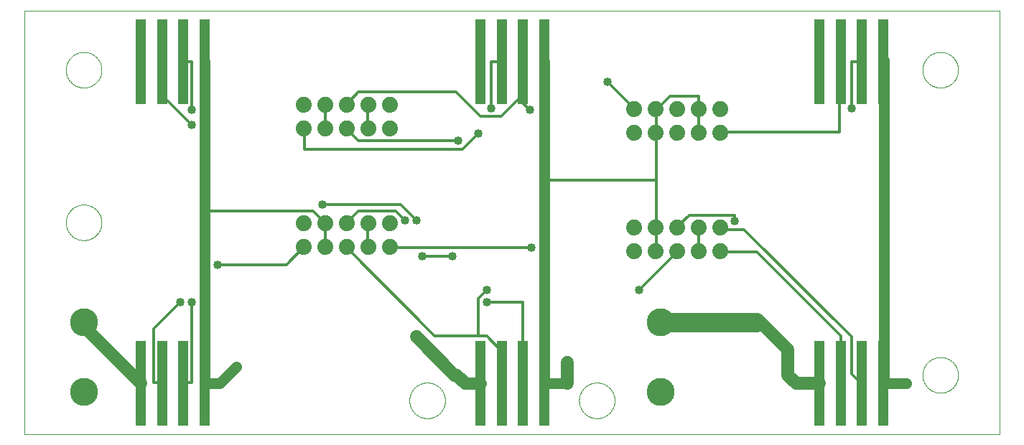
<source format=gtl>
G75*
%MOIN*%
%OFA0B0*%
%FSLAX25Y25*%
%IPPOS*%
%LPD*%
%AMOC8*
5,1,8,0,0,1.08239X$1,22.5*
%
%ADD10C,0.00000*%
%ADD11C,0.07400*%
%ADD12C,0.13000*%
%ADD13R,0.05000X0.39370*%
%ADD14C,0.01200*%
%ADD15C,0.05118*%
%ADD16C,0.05906*%
%ADD17C,0.04362*%
%ADD18C,0.04000*%
%ADD19C,0.09000*%
%ADD20C,0.05512*%
D10*
X0001000Y0001000D02*
X0001000Y0197850D01*
X0453756Y0197850D01*
X0453756Y0001000D01*
X0001000Y0001000D01*
X0179740Y0016748D02*
X0179742Y0016951D01*
X0179750Y0017154D01*
X0179762Y0017356D01*
X0179780Y0017558D01*
X0179802Y0017760D01*
X0179829Y0017961D01*
X0179862Y0018162D01*
X0179899Y0018361D01*
X0179941Y0018560D01*
X0179988Y0018757D01*
X0180039Y0018953D01*
X0180096Y0019148D01*
X0180157Y0019342D01*
X0180223Y0019533D01*
X0180294Y0019724D01*
X0180369Y0019912D01*
X0180449Y0020099D01*
X0180534Y0020283D01*
X0180623Y0020465D01*
X0180716Y0020646D01*
X0180814Y0020823D01*
X0180916Y0020999D01*
X0181023Y0021171D01*
X0181133Y0021341D01*
X0181248Y0021509D01*
X0181367Y0021673D01*
X0181490Y0021835D01*
X0181617Y0021993D01*
X0181747Y0022148D01*
X0181882Y0022300D01*
X0182020Y0022449D01*
X0182162Y0022594D01*
X0182307Y0022736D01*
X0182456Y0022874D01*
X0182608Y0023009D01*
X0182763Y0023139D01*
X0182921Y0023266D01*
X0183083Y0023389D01*
X0183247Y0023508D01*
X0183415Y0023623D01*
X0183585Y0023733D01*
X0183757Y0023840D01*
X0183933Y0023942D01*
X0184110Y0024040D01*
X0184291Y0024133D01*
X0184473Y0024222D01*
X0184657Y0024307D01*
X0184844Y0024387D01*
X0185032Y0024462D01*
X0185223Y0024533D01*
X0185414Y0024599D01*
X0185608Y0024660D01*
X0185803Y0024717D01*
X0185999Y0024768D01*
X0186196Y0024815D01*
X0186395Y0024857D01*
X0186594Y0024894D01*
X0186795Y0024927D01*
X0186996Y0024954D01*
X0187198Y0024976D01*
X0187400Y0024994D01*
X0187602Y0025006D01*
X0187805Y0025014D01*
X0188008Y0025016D01*
X0188211Y0025014D01*
X0188414Y0025006D01*
X0188616Y0024994D01*
X0188818Y0024976D01*
X0189020Y0024954D01*
X0189221Y0024927D01*
X0189422Y0024894D01*
X0189621Y0024857D01*
X0189820Y0024815D01*
X0190017Y0024768D01*
X0190213Y0024717D01*
X0190408Y0024660D01*
X0190602Y0024599D01*
X0190793Y0024533D01*
X0190984Y0024462D01*
X0191172Y0024387D01*
X0191359Y0024307D01*
X0191543Y0024222D01*
X0191725Y0024133D01*
X0191906Y0024040D01*
X0192083Y0023942D01*
X0192259Y0023840D01*
X0192431Y0023733D01*
X0192601Y0023623D01*
X0192769Y0023508D01*
X0192933Y0023389D01*
X0193095Y0023266D01*
X0193253Y0023139D01*
X0193408Y0023009D01*
X0193560Y0022874D01*
X0193709Y0022736D01*
X0193854Y0022594D01*
X0193996Y0022449D01*
X0194134Y0022300D01*
X0194269Y0022148D01*
X0194399Y0021993D01*
X0194526Y0021835D01*
X0194649Y0021673D01*
X0194768Y0021509D01*
X0194883Y0021341D01*
X0194993Y0021171D01*
X0195100Y0020999D01*
X0195202Y0020823D01*
X0195300Y0020646D01*
X0195393Y0020465D01*
X0195482Y0020283D01*
X0195567Y0020099D01*
X0195647Y0019912D01*
X0195722Y0019724D01*
X0195793Y0019533D01*
X0195859Y0019342D01*
X0195920Y0019148D01*
X0195977Y0018953D01*
X0196028Y0018757D01*
X0196075Y0018560D01*
X0196117Y0018361D01*
X0196154Y0018162D01*
X0196187Y0017961D01*
X0196214Y0017760D01*
X0196236Y0017558D01*
X0196254Y0017356D01*
X0196266Y0017154D01*
X0196274Y0016951D01*
X0196276Y0016748D01*
X0196274Y0016545D01*
X0196266Y0016342D01*
X0196254Y0016140D01*
X0196236Y0015938D01*
X0196214Y0015736D01*
X0196187Y0015535D01*
X0196154Y0015334D01*
X0196117Y0015135D01*
X0196075Y0014936D01*
X0196028Y0014739D01*
X0195977Y0014543D01*
X0195920Y0014348D01*
X0195859Y0014154D01*
X0195793Y0013963D01*
X0195722Y0013772D01*
X0195647Y0013584D01*
X0195567Y0013397D01*
X0195482Y0013213D01*
X0195393Y0013031D01*
X0195300Y0012850D01*
X0195202Y0012673D01*
X0195100Y0012497D01*
X0194993Y0012325D01*
X0194883Y0012155D01*
X0194768Y0011987D01*
X0194649Y0011823D01*
X0194526Y0011661D01*
X0194399Y0011503D01*
X0194269Y0011348D01*
X0194134Y0011196D01*
X0193996Y0011047D01*
X0193854Y0010902D01*
X0193709Y0010760D01*
X0193560Y0010622D01*
X0193408Y0010487D01*
X0193253Y0010357D01*
X0193095Y0010230D01*
X0192933Y0010107D01*
X0192769Y0009988D01*
X0192601Y0009873D01*
X0192431Y0009763D01*
X0192259Y0009656D01*
X0192083Y0009554D01*
X0191906Y0009456D01*
X0191725Y0009363D01*
X0191543Y0009274D01*
X0191359Y0009189D01*
X0191172Y0009109D01*
X0190984Y0009034D01*
X0190793Y0008963D01*
X0190602Y0008897D01*
X0190408Y0008836D01*
X0190213Y0008779D01*
X0190017Y0008728D01*
X0189820Y0008681D01*
X0189621Y0008639D01*
X0189422Y0008602D01*
X0189221Y0008569D01*
X0189020Y0008542D01*
X0188818Y0008520D01*
X0188616Y0008502D01*
X0188414Y0008490D01*
X0188211Y0008482D01*
X0188008Y0008480D01*
X0187805Y0008482D01*
X0187602Y0008490D01*
X0187400Y0008502D01*
X0187198Y0008520D01*
X0186996Y0008542D01*
X0186795Y0008569D01*
X0186594Y0008602D01*
X0186395Y0008639D01*
X0186196Y0008681D01*
X0185999Y0008728D01*
X0185803Y0008779D01*
X0185608Y0008836D01*
X0185414Y0008897D01*
X0185223Y0008963D01*
X0185032Y0009034D01*
X0184844Y0009109D01*
X0184657Y0009189D01*
X0184473Y0009274D01*
X0184291Y0009363D01*
X0184110Y0009456D01*
X0183933Y0009554D01*
X0183757Y0009656D01*
X0183585Y0009763D01*
X0183415Y0009873D01*
X0183247Y0009988D01*
X0183083Y0010107D01*
X0182921Y0010230D01*
X0182763Y0010357D01*
X0182608Y0010487D01*
X0182456Y0010622D01*
X0182307Y0010760D01*
X0182162Y0010902D01*
X0182020Y0011047D01*
X0181882Y0011196D01*
X0181747Y0011348D01*
X0181617Y0011503D01*
X0181490Y0011661D01*
X0181367Y0011823D01*
X0181248Y0011987D01*
X0181133Y0012155D01*
X0181023Y0012325D01*
X0180916Y0012497D01*
X0180814Y0012673D01*
X0180716Y0012850D01*
X0180623Y0013031D01*
X0180534Y0013213D01*
X0180449Y0013397D01*
X0180369Y0013584D01*
X0180294Y0013772D01*
X0180223Y0013963D01*
X0180157Y0014154D01*
X0180096Y0014348D01*
X0180039Y0014543D01*
X0179988Y0014739D01*
X0179941Y0014936D01*
X0179899Y0015135D01*
X0179862Y0015334D01*
X0179829Y0015535D01*
X0179802Y0015736D01*
X0179780Y0015938D01*
X0179762Y0016140D01*
X0179750Y0016342D01*
X0179742Y0016545D01*
X0179740Y0016748D01*
X0258480Y0016748D02*
X0258482Y0016951D01*
X0258490Y0017154D01*
X0258502Y0017356D01*
X0258520Y0017558D01*
X0258542Y0017760D01*
X0258569Y0017961D01*
X0258602Y0018162D01*
X0258639Y0018361D01*
X0258681Y0018560D01*
X0258728Y0018757D01*
X0258779Y0018953D01*
X0258836Y0019148D01*
X0258897Y0019342D01*
X0258963Y0019533D01*
X0259034Y0019724D01*
X0259109Y0019912D01*
X0259189Y0020099D01*
X0259274Y0020283D01*
X0259363Y0020465D01*
X0259456Y0020646D01*
X0259554Y0020823D01*
X0259656Y0020999D01*
X0259763Y0021171D01*
X0259873Y0021341D01*
X0259988Y0021509D01*
X0260107Y0021673D01*
X0260230Y0021835D01*
X0260357Y0021993D01*
X0260487Y0022148D01*
X0260622Y0022300D01*
X0260760Y0022449D01*
X0260902Y0022594D01*
X0261047Y0022736D01*
X0261196Y0022874D01*
X0261348Y0023009D01*
X0261503Y0023139D01*
X0261661Y0023266D01*
X0261823Y0023389D01*
X0261987Y0023508D01*
X0262155Y0023623D01*
X0262325Y0023733D01*
X0262497Y0023840D01*
X0262673Y0023942D01*
X0262850Y0024040D01*
X0263031Y0024133D01*
X0263213Y0024222D01*
X0263397Y0024307D01*
X0263584Y0024387D01*
X0263772Y0024462D01*
X0263963Y0024533D01*
X0264154Y0024599D01*
X0264348Y0024660D01*
X0264543Y0024717D01*
X0264739Y0024768D01*
X0264936Y0024815D01*
X0265135Y0024857D01*
X0265334Y0024894D01*
X0265535Y0024927D01*
X0265736Y0024954D01*
X0265938Y0024976D01*
X0266140Y0024994D01*
X0266342Y0025006D01*
X0266545Y0025014D01*
X0266748Y0025016D01*
X0266951Y0025014D01*
X0267154Y0025006D01*
X0267356Y0024994D01*
X0267558Y0024976D01*
X0267760Y0024954D01*
X0267961Y0024927D01*
X0268162Y0024894D01*
X0268361Y0024857D01*
X0268560Y0024815D01*
X0268757Y0024768D01*
X0268953Y0024717D01*
X0269148Y0024660D01*
X0269342Y0024599D01*
X0269533Y0024533D01*
X0269724Y0024462D01*
X0269912Y0024387D01*
X0270099Y0024307D01*
X0270283Y0024222D01*
X0270465Y0024133D01*
X0270646Y0024040D01*
X0270823Y0023942D01*
X0270999Y0023840D01*
X0271171Y0023733D01*
X0271341Y0023623D01*
X0271509Y0023508D01*
X0271673Y0023389D01*
X0271835Y0023266D01*
X0271993Y0023139D01*
X0272148Y0023009D01*
X0272300Y0022874D01*
X0272449Y0022736D01*
X0272594Y0022594D01*
X0272736Y0022449D01*
X0272874Y0022300D01*
X0273009Y0022148D01*
X0273139Y0021993D01*
X0273266Y0021835D01*
X0273389Y0021673D01*
X0273508Y0021509D01*
X0273623Y0021341D01*
X0273733Y0021171D01*
X0273840Y0020999D01*
X0273942Y0020823D01*
X0274040Y0020646D01*
X0274133Y0020465D01*
X0274222Y0020283D01*
X0274307Y0020099D01*
X0274387Y0019912D01*
X0274462Y0019724D01*
X0274533Y0019533D01*
X0274599Y0019342D01*
X0274660Y0019148D01*
X0274717Y0018953D01*
X0274768Y0018757D01*
X0274815Y0018560D01*
X0274857Y0018361D01*
X0274894Y0018162D01*
X0274927Y0017961D01*
X0274954Y0017760D01*
X0274976Y0017558D01*
X0274994Y0017356D01*
X0275006Y0017154D01*
X0275014Y0016951D01*
X0275016Y0016748D01*
X0275014Y0016545D01*
X0275006Y0016342D01*
X0274994Y0016140D01*
X0274976Y0015938D01*
X0274954Y0015736D01*
X0274927Y0015535D01*
X0274894Y0015334D01*
X0274857Y0015135D01*
X0274815Y0014936D01*
X0274768Y0014739D01*
X0274717Y0014543D01*
X0274660Y0014348D01*
X0274599Y0014154D01*
X0274533Y0013963D01*
X0274462Y0013772D01*
X0274387Y0013584D01*
X0274307Y0013397D01*
X0274222Y0013213D01*
X0274133Y0013031D01*
X0274040Y0012850D01*
X0273942Y0012673D01*
X0273840Y0012497D01*
X0273733Y0012325D01*
X0273623Y0012155D01*
X0273508Y0011987D01*
X0273389Y0011823D01*
X0273266Y0011661D01*
X0273139Y0011503D01*
X0273009Y0011348D01*
X0272874Y0011196D01*
X0272736Y0011047D01*
X0272594Y0010902D01*
X0272449Y0010760D01*
X0272300Y0010622D01*
X0272148Y0010487D01*
X0271993Y0010357D01*
X0271835Y0010230D01*
X0271673Y0010107D01*
X0271509Y0009988D01*
X0271341Y0009873D01*
X0271171Y0009763D01*
X0270999Y0009656D01*
X0270823Y0009554D01*
X0270646Y0009456D01*
X0270465Y0009363D01*
X0270283Y0009274D01*
X0270099Y0009189D01*
X0269912Y0009109D01*
X0269724Y0009034D01*
X0269533Y0008963D01*
X0269342Y0008897D01*
X0269148Y0008836D01*
X0268953Y0008779D01*
X0268757Y0008728D01*
X0268560Y0008681D01*
X0268361Y0008639D01*
X0268162Y0008602D01*
X0267961Y0008569D01*
X0267760Y0008542D01*
X0267558Y0008520D01*
X0267356Y0008502D01*
X0267154Y0008490D01*
X0266951Y0008482D01*
X0266748Y0008480D01*
X0266545Y0008482D01*
X0266342Y0008490D01*
X0266140Y0008502D01*
X0265938Y0008520D01*
X0265736Y0008542D01*
X0265535Y0008569D01*
X0265334Y0008602D01*
X0265135Y0008639D01*
X0264936Y0008681D01*
X0264739Y0008728D01*
X0264543Y0008779D01*
X0264348Y0008836D01*
X0264154Y0008897D01*
X0263963Y0008963D01*
X0263772Y0009034D01*
X0263584Y0009109D01*
X0263397Y0009189D01*
X0263213Y0009274D01*
X0263031Y0009363D01*
X0262850Y0009456D01*
X0262673Y0009554D01*
X0262497Y0009656D01*
X0262325Y0009763D01*
X0262155Y0009873D01*
X0261987Y0009988D01*
X0261823Y0010107D01*
X0261661Y0010230D01*
X0261503Y0010357D01*
X0261348Y0010487D01*
X0261196Y0010622D01*
X0261047Y0010760D01*
X0260902Y0010902D01*
X0260760Y0011047D01*
X0260622Y0011196D01*
X0260487Y0011348D01*
X0260357Y0011503D01*
X0260230Y0011661D01*
X0260107Y0011823D01*
X0259988Y0011987D01*
X0259873Y0012155D01*
X0259763Y0012325D01*
X0259656Y0012497D01*
X0259554Y0012673D01*
X0259456Y0012850D01*
X0259363Y0013031D01*
X0259274Y0013213D01*
X0259189Y0013397D01*
X0259109Y0013584D01*
X0259034Y0013772D01*
X0258963Y0013963D01*
X0258897Y0014154D01*
X0258836Y0014348D01*
X0258779Y0014543D01*
X0258728Y0014739D01*
X0258681Y0014936D01*
X0258639Y0015135D01*
X0258602Y0015334D01*
X0258569Y0015535D01*
X0258542Y0015736D01*
X0258520Y0015938D01*
X0258502Y0016140D01*
X0258490Y0016342D01*
X0258482Y0016545D01*
X0258480Y0016748D01*
X0417929Y0028559D02*
X0417931Y0028762D01*
X0417939Y0028965D01*
X0417951Y0029167D01*
X0417969Y0029369D01*
X0417991Y0029571D01*
X0418018Y0029772D01*
X0418051Y0029973D01*
X0418088Y0030172D01*
X0418130Y0030371D01*
X0418177Y0030568D01*
X0418228Y0030764D01*
X0418285Y0030959D01*
X0418346Y0031153D01*
X0418412Y0031344D01*
X0418483Y0031535D01*
X0418558Y0031723D01*
X0418638Y0031910D01*
X0418723Y0032094D01*
X0418812Y0032276D01*
X0418905Y0032457D01*
X0419003Y0032634D01*
X0419105Y0032810D01*
X0419212Y0032982D01*
X0419322Y0033152D01*
X0419437Y0033320D01*
X0419556Y0033484D01*
X0419679Y0033646D01*
X0419806Y0033804D01*
X0419936Y0033959D01*
X0420071Y0034111D01*
X0420209Y0034260D01*
X0420351Y0034405D01*
X0420496Y0034547D01*
X0420645Y0034685D01*
X0420797Y0034820D01*
X0420952Y0034950D01*
X0421110Y0035077D01*
X0421272Y0035200D01*
X0421436Y0035319D01*
X0421604Y0035434D01*
X0421774Y0035544D01*
X0421946Y0035651D01*
X0422122Y0035753D01*
X0422299Y0035851D01*
X0422480Y0035944D01*
X0422662Y0036033D01*
X0422846Y0036118D01*
X0423033Y0036198D01*
X0423221Y0036273D01*
X0423412Y0036344D01*
X0423603Y0036410D01*
X0423797Y0036471D01*
X0423992Y0036528D01*
X0424188Y0036579D01*
X0424385Y0036626D01*
X0424584Y0036668D01*
X0424783Y0036705D01*
X0424984Y0036738D01*
X0425185Y0036765D01*
X0425387Y0036787D01*
X0425589Y0036805D01*
X0425791Y0036817D01*
X0425994Y0036825D01*
X0426197Y0036827D01*
X0426400Y0036825D01*
X0426603Y0036817D01*
X0426805Y0036805D01*
X0427007Y0036787D01*
X0427209Y0036765D01*
X0427410Y0036738D01*
X0427611Y0036705D01*
X0427810Y0036668D01*
X0428009Y0036626D01*
X0428206Y0036579D01*
X0428402Y0036528D01*
X0428597Y0036471D01*
X0428791Y0036410D01*
X0428982Y0036344D01*
X0429173Y0036273D01*
X0429361Y0036198D01*
X0429548Y0036118D01*
X0429732Y0036033D01*
X0429914Y0035944D01*
X0430095Y0035851D01*
X0430272Y0035753D01*
X0430448Y0035651D01*
X0430620Y0035544D01*
X0430790Y0035434D01*
X0430958Y0035319D01*
X0431122Y0035200D01*
X0431284Y0035077D01*
X0431442Y0034950D01*
X0431597Y0034820D01*
X0431749Y0034685D01*
X0431898Y0034547D01*
X0432043Y0034405D01*
X0432185Y0034260D01*
X0432323Y0034111D01*
X0432458Y0033959D01*
X0432588Y0033804D01*
X0432715Y0033646D01*
X0432838Y0033484D01*
X0432957Y0033320D01*
X0433072Y0033152D01*
X0433182Y0032982D01*
X0433289Y0032810D01*
X0433391Y0032634D01*
X0433489Y0032457D01*
X0433582Y0032276D01*
X0433671Y0032094D01*
X0433756Y0031910D01*
X0433836Y0031723D01*
X0433911Y0031535D01*
X0433982Y0031344D01*
X0434048Y0031153D01*
X0434109Y0030959D01*
X0434166Y0030764D01*
X0434217Y0030568D01*
X0434264Y0030371D01*
X0434306Y0030172D01*
X0434343Y0029973D01*
X0434376Y0029772D01*
X0434403Y0029571D01*
X0434425Y0029369D01*
X0434443Y0029167D01*
X0434455Y0028965D01*
X0434463Y0028762D01*
X0434465Y0028559D01*
X0434463Y0028356D01*
X0434455Y0028153D01*
X0434443Y0027951D01*
X0434425Y0027749D01*
X0434403Y0027547D01*
X0434376Y0027346D01*
X0434343Y0027145D01*
X0434306Y0026946D01*
X0434264Y0026747D01*
X0434217Y0026550D01*
X0434166Y0026354D01*
X0434109Y0026159D01*
X0434048Y0025965D01*
X0433982Y0025774D01*
X0433911Y0025583D01*
X0433836Y0025395D01*
X0433756Y0025208D01*
X0433671Y0025024D01*
X0433582Y0024842D01*
X0433489Y0024661D01*
X0433391Y0024484D01*
X0433289Y0024308D01*
X0433182Y0024136D01*
X0433072Y0023966D01*
X0432957Y0023798D01*
X0432838Y0023634D01*
X0432715Y0023472D01*
X0432588Y0023314D01*
X0432458Y0023159D01*
X0432323Y0023007D01*
X0432185Y0022858D01*
X0432043Y0022713D01*
X0431898Y0022571D01*
X0431749Y0022433D01*
X0431597Y0022298D01*
X0431442Y0022168D01*
X0431284Y0022041D01*
X0431122Y0021918D01*
X0430958Y0021799D01*
X0430790Y0021684D01*
X0430620Y0021574D01*
X0430448Y0021467D01*
X0430272Y0021365D01*
X0430095Y0021267D01*
X0429914Y0021174D01*
X0429732Y0021085D01*
X0429548Y0021000D01*
X0429361Y0020920D01*
X0429173Y0020845D01*
X0428982Y0020774D01*
X0428791Y0020708D01*
X0428597Y0020647D01*
X0428402Y0020590D01*
X0428206Y0020539D01*
X0428009Y0020492D01*
X0427810Y0020450D01*
X0427611Y0020413D01*
X0427410Y0020380D01*
X0427209Y0020353D01*
X0427007Y0020331D01*
X0426805Y0020313D01*
X0426603Y0020301D01*
X0426400Y0020293D01*
X0426197Y0020291D01*
X0425994Y0020293D01*
X0425791Y0020301D01*
X0425589Y0020313D01*
X0425387Y0020331D01*
X0425185Y0020353D01*
X0424984Y0020380D01*
X0424783Y0020413D01*
X0424584Y0020450D01*
X0424385Y0020492D01*
X0424188Y0020539D01*
X0423992Y0020590D01*
X0423797Y0020647D01*
X0423603Y0020708D01*
X0423412Y0020774D01*
X0423221Y0020845D01*
X0423033Y0020920D01*
X0422846Y0021000D01*
X0422662Y0021085D01*
X0422480Y0021174D01*
X0422299Y0021267D01*
X0422122Y0021365D01*
X0421946Y0021467D01*
X0421774Y0021574D01*
X0421604Y0021684D01*
X0421436Y0021799D01*
X0421272Y0021918D01*
X0421110Y0022041D01*
X0420952Y0022168D01*
X0420797Y0022298D01*
X0420645Y0022433D01*
X0420496Y0022571D01*
X0420351Y0022713D01*
X0420209Y0022858D01*
X0420071Y0023007D01*
X0419936Y0023159D01*
X0419806Y0023314D01*
X0419679Y0023472D01*
X0419556Y0023634D01*
X0419437Y0023798D01*
X0419322Y0023966D01*
X0419212Y0024136D01*
X0419105Y0024308D01*
X0419003Y0024484D01*
X0418905Y0024661D01*
X0418812Y0024842D01*
X0418723Y0025024D01*
X0418638Y0025208D01*
X0418558Y0025395D01*
X0418483Y0025583D01*
X0418412Y0025774D01*
X0418346Y0025965D01*
X0418285Y0026159D01*
X0418228Y0026354D01*
X0418177Y0026550D01*
X0418130Y0026747D01*
X0418088Y0026946D01*
X0418051Y0027145D01*
X0418018Y0027346D01*
X0417991Y0027547D01*
X0417969Y0027749D01*
X0417951Y0027951D01*
X0417939Y0028153D01*
X0417931Y0028356D01*
X0417929Y0028559D01*
X0417929Y0170291D02*
X0417931Y0170494D01*
X0417939Y0170697D01*
X0417951Y0170899D01*
X0417969Y0171101D01*
X0417991Y0171303D01*
X0418018Y0171504D01*
X0418051Y0171705D01*
X0418088Y0171904D01*
X0418130Y0172103D01*
X0418177Y0172300D01*
X0418228Y0172496D01*
X0418285Y0172691D01*
X0418346Y0172885D01*
X0418412Y0173076D01*
X0418483Y0173267D01*
X0418558Y0173455D01*
X0418638Y0173642D01*
X0418723Y0173826D01*
X0418812Y0174008D01*
X0418905Y0174189D01*
X0419003Y0174366D01*
X0419105Y0174542D01*
X0419212Y0174714D01*
X0419322Y0174884D01*
X0419437Y0175052D01*
X0419556Y0175216D01*
X0419679Y0175378D01*
X0419806Y0175536D01*
X0419936Y0175691D01*
X0420071Y0175843D01*
X0420209Y0175992D01*
X0420351Y0176137D01*
X0420496Y0176279D01*
X0420645Y0176417D01*
X0420797Y0176552D01*
X0420952Y0176682D01*
X0421110Y0176809D01*
X0421272Y0176932D01*
X0421436Y0177051D01*
X0421604Y0177166D01*
X0421774Y0177276D01*
X0421946Y0177383D01*
X0422122Y0177485D01*
X0422299Y0177583D01*
X0422480Y0177676D01*
X0422662Y0177765D01*
X0422846Y0177850D01*
X0423033Y0177930D01*
X0423221Y0178005D01*
X0423412Y0178076D01*
X0423603Y0178142D01*
X0423797Y0178203D01*
X0423992Y0178260D01*
X0424188Y0178311D01*
X0424385Y0178358D01*
X0424584Y0178400D01*
X0424783Y0178437D01*
X0424984Y0178470D01*
X0425185Y0178497D01*
X0425387Y0178519D01*
X0425589Y0178537D01*
X0425791Y0178549D01*
X0425994Y0178557D01*
X0426197Y0178559D01*
X0426400Y0178557D01*
X0426603Y0178549D01*
X0426805Y0178537D01*
X0427007Y0178519D01*
X0427209Y0178497D01*
X0427410Y0178470D01*
X0427611Y0178437D01*
X0427810Y0178400D01*
X0428009Y0178358D01*
X0428206Y0178311D01*
X0428402Y0178260D01*
X0428597Y0178203D01*
X0428791Y0178142D01*
X0428982Y0178076D01*
X0429173Y0178005D01*
X0429361Y0177930D01*
X0429548Y0177850D01*
X0429732Y0177765D01*
X0429914Y0177676D01*
X0430095Y0177583D01*
X0430272Y0177485D01*
X0430448Y0177383D01*
X0430620Y0177276D01*
X0430790Y0177166D01*
X0430958Y0177051D01*
X0431122Y0176932D01*
X0431284Y0176809D01*
X0431442Y0176682D01*
X0431597Y0176552D01*
X0431749Y0176417D01*
X0431898Y0176279D01*
X0432043Y0176137D01*
X0432185Y0175992D01*
X0432323Y0175843D01*
X0432458Y0175691D01*
X0432588Y0175536D01*
X0432715Y0175378D01*
X0432838Y0175216D01*
X0432957Y0175052D01*
X0433072Y0174884D01*
X0433182Y0174714D01*
X0433289Y0174542D01*
X0433391Y0174366D01*
X0433489Y0174189D01*
X0433582Y0174008D01*
X0433671Y0173826D01*
X0433756Y0173642D01*
X0433836Y0173455D01*
X0433911Y0173267D01*
X0433982Y0173076D01*
X0434048Y0172885D01*
X0434109Y0172691D01*
X0434166Y0172496D01*
X0434217Y0172300D01*
X0434264Y0172103D01*
X0434306Y0171904D01*
X0434343Y0171705D01*
X0434376Y0171504D01*
X0434403Y0171303D01*
X0434425Y0171101D01*
X0434443Y0170899D01*
X0434455Y0170697D01*
X0434463Y0170494D01*
X0434465Y0170291D01*
X0434463Y0170088D01*
X0434455Y0169885D01*
X0434443Y0169683D01*
X0434425Y0169481D01*
X0434403Y0169279D01*
X0434376Y0169078D01*
X0434343Y0168877D01*
X0434306Y0168678D01*
X0434264Y0168479D01*
X0434217Y0168282D01*
X0434166Y0168086D01*
X0434109Y0167891D01*
X0434048Y0167697D01*
X0433982Y0167506D01*
X0433911Y0167315D01*
X0433836Y0167127D01*
X0433756Y0166940D01*
X0433671Y0166756D01*
X0433582Y0166574D01*
X0433489Y0166393D01*
X0433391Y0166216D01*
X0433289Y0166040D01*
X0433182Y0165868D01*
X0433072Y0165698D01*
X0432957Y0165530D01*
X0432838Y0165366D01*
X0432715Y0165204D01*
X0432588Y0165046D01*
X0432458Y0164891D01*
X0432323Y0164739D01*
X0432185Y0164590D01*
X0432043Y0164445D01*
X0431898Y0164303D01*
X0431749Y0164165D01*
X0431597Y0164030D01*
X0431442Y0163900D01*
X0431284Y0163773D01*
X0431122Y0163650D01*
X0430958Y0163531D01*
X0430790Y0163416D01*
X0430620Y0163306D01*
X0430448Y0163199D01*
X0430272Y0163097D01*
X0430095Y0162999D01*
X0429914Y0162906D01*
X0429732Y0162817D01*
X0429548Y0162732D01*
X0429361Y0162652D01*
X0429173Y0162577D01*
X0428982Y0162506D01*
X0428791Y0162440D01*
X0428597Y0162379D01*
X0428402Y0162322D01*
X0428206Y0162271D01*
X0428009Y0162224D01*
X0427810Y0162182D01*
X0427611Y0162145D01*
X0427410Y0162112D01*
X0427209Y0162085D01*
X0427007Y0162063D01*
X0426805Y0162045D01*
X0426603Y0162033D01*
X0426400Y0162025D01*
X0426197Y0162023D01*
X0425994Y0162025D01*
X0425791Y0162033D01*
X0425589Y0162045D01*
X0425387Y0162063D01*
X0425185Y0162085D01*
X0424984Y0162112D01*
X0424783Y0162145D01*
X0424584Y0162182D01*
X0424385Y0162224D01*
X0424188Y0162271D01*
X0423992Y0162322D01*
X0423797Y0162379D01*
X0423603Y0162440D01*
X0423412Y0162506D01*
X0423221Y0162577D01*
X0423033Y0162652D01*
X0422846Y0162732D01*
X0422662Y0162817D01*
X0422480Y0162906D01*
X0422299Y0162999D01*
X0422122Y0163097D01*
X0421946Y0163199D01*
X0421774Y0163306D01*
X0421604Y0163416D01*
X0421436Y0163531D01*
X0421272Y0163650D01*
X0421110Y0163773D01*
X0420952Y0163900D01*
X0420797Y0164030D01*
X0420645Y0164165D01*
X0420496Y0164303D01*
X0420351Y0164445D01*
X0420209Y0164590D01*
X0420071Y0164739D01*
X0419936Y0164891D01*
X0419806Y0165046D01*
X0419679Y0165204D01*
X0419556Y0165366D01*
X0419437Y0165530D01*
X0419322Y0165698D01*
X0419212Y0165868D01*
X0419105Y0166040D01*
X0419003Y0166216D01*
X0418905Y0166393D01*
X0418812Y0166574D01*
X0418723Y0166756D01*
X0418638Y0166940D01*
X0418558Y0167127D01*
X0418483Y0167315D01*
X0418412Y0167506D01*
X0418346Y0167697D01*
X0418285Y0167891D01*
X0418228Y0168086D01*
X0418177Y0168282D01*
X0418130Y0168479D01*
X0418088Y0168678D01*
X0418051Y0168877D01*
X0418018Y0169078D01*
X0417991Y0169279D01*
X0417969Y0169481D01*
X0417951Y0169683D01*
X0417939Y0169885D01*
X0417931Y0170088D01*
X0417929Y0170291D01*
X0020291Y0170291D02*
X0020293Y0170494D01*
X0020301Y0170697D01*
X0020313Y0170899D01*
X0020331Y0171101D01*
X0020353Y0171303D01*
X0020380Y0171504D01*
X0020413Y0171705D01*
X0020450Y0171904D01*
X0020492Y0172103D01*
X0020539Y0172300D01*
X0020590Y0172496D01*
X0020647Y0172691D01*
X0020708Y0172885D01*
X0020774Y0173076D01*
X0020845Y0173267D01*
X0020920Y0173455D01*
X0021000Y0173642D01*
X0021085Y0173826D01*
X0021174Y0174008D01*
X0021267Y0174189D01*
X0021365Y0174366D01*
X0021467Y0174542D01*
X0021574Y0174714D01*
X0021684Y0174884D01*
X0021799Y0175052D01*
X0021918Y0175216D01*
X0022041Y0175378D01*
X0022168Y0175536D01*
X0022298Y0175691D01*
X0022433Y0175843D01*
X0022571Y0175992D01*
X0022713Y0176137D01*
X0022858Y0176279D01*
X0023007Y0176417D01*
X0023159Y0176552D01*
X0023314Y0176682D01*
X0023472Y0176809D01*
X0023634Y0176932D01*
X0023798Y0177051D01*
X0023966Y0177166D01*
X0024136Y0177276D01*
X0024308Y0177383D01*
X0024484Y0177485D01*
X0024661Y0177583D01*
X0024842Y0177676D01*
X0025024Y0177765D01*
X0025208Y0177850D01*
X0025395Y0177930D01*
X0025583Y0178005D01*
X0025774Y0178076D01*
X0025965Y0178142D01*
X0026159Y0178203D01*
X0026354Y0178260D01*
X0026550Y0178311D01*
X0026747Y0178358D01*
X0026946Y0178400D01*
X0027145Y0178437D01*
X0027346Y0178470D01*
X0027547Y0178497D01*
X0027749Y0178519D01*
X0027951Y0178537D01*
X0028153Y0178549D01*
X0028356Y0178557D01*
X0028559Y0178559D01*
X0028762Y0178557D01*
X0028965Y0178549D01*
X0029167Y0178537D01*
X0029369Y0178519D01*
X0029571Y0178497D01*
X0029772Y0178470D01*
X0029973Y0178437D01*
X0030172Y0178400D01*
X0030371Y0178358D01*
X0030568Y0178311D01*
X0030764Y0178260D01*
X0030959Y0178203D01*
X0031153Y0178142D01*
X0031344Y0178076D01*
X0031535Y0178005D01*
X0031723Y0177930D01*
X0031910Y0177850D01*
X0032094Y0177765D01*
X0032276Y0177676D01*
X0032457Y0177583D01*
X0032634Y0177485D01*
X0032810Y0177383D01*
X0032982Y0177276D01*
X0033152Y0177166D01*
X0033320Y0177051D01*
X0033484Y0176932D01*
X0033646Y0176809D01*
X0033804Y0176682D01*
X0033959Y0176552D01*
X0034111Y0176417D01*
X0034260Y0176279D01*
X0034405Y0176137D01*
X0034547Y0175992D01*
X0034685Y0175843D01*
X0034820Y0175691D01*
X0034950Y0175536D01*
X0035077Y0175378D01*
X0035200Y0175216D01*
X0035319Y0175052D01*
X0035434Y0174884D01*
X0035544Y0174714D01*
X0035651Y0174542D01*
X0035753Y0174366D01*
X0035851Y0174189D01*
X0035944Y0174008D01*
X0036033Y0173826D01*
X0036118Y0173642D01*
X0036198Y0173455D01*
X0036273Y0173267D01*
X0036344Y0173076D01*
X0036410Y0172885D01*
X0036471Y0172691D01*
X0036528Y0172496D01*
X0036579Y0172300D01*
X0036626Y0172103D01*
X0036668Y0171904D01*
X0036705Y0171705D01*
X0036738Y0171504D01*
X0036765Y0171303D01*
X0036787Y0171101D01*
X0036805Y0170899D01*
X0036817Y0170697D01*
X0036825Y0170494D01*
X0036827Y0170291D01*
X0036825Y0170088D01*
X0036817Y0169885D01*
X0036805Y0169683D01*
X0036787Y0169481D01*
X0036765Y0169279D01*
X0036738Y0169078D01*
X0036705Y0168877D01*
X0036668Y0168678D01*
X0036626Y0168479D01*
X0036579Y0168282D01*
X0036528Y0168086D01*
X0036471Y0167891D01*
X0036410Y0167697D01*
X0036344Y0167506D01*
X0036273Y0167315D01*
X0036198Y0167127D01*
X0036118Y0166940D01*
X0036033Y0166756D01*
X0035944Y0166574D01*
X0035851Y0166393D01*
X0035753Y0166216D01*
X0035651Y0166040D01*
X0035544Y0165868D01*
X0035434Y0165698D01*
X0035319Y0165530D01*
X0035200Y0165366D01*
X0035077Y0165204D01*
X0034950Y0165046D01*
X0034820Y0164891D01*
X0034685Y0164739D01*
X0034547Y0164590D01*
X0034405Y0164445D01*
X0034260Y0164303D01*
X0034111Y0164165D01*
X0033959Y0164030D01*
X0033804Y0163900D01*
X0033646Y0163773D01*
X0033484Y0163650D01*
X0033320Y0163531D01*
X0033152Y0163416D01*
X0032982Y0163306D01*
X0032810Y0163199D01*
X0032634Y0163097D01*
X0032457Y0162999D01*
X0032276Y0162906D01*
X0032094Y0162817D01*
X0031910Y0162732D01*
X0031723Y0162652D01*
X0031535Y0162577D01*
X0031344Y0162506D01*
X0031153Y0162440D01*
X0030959Y0162379D01*
X0030764Y0162322D01*
X0030568Y0162271D01*
X0030371Y0162224D01*
X0030172Y0162182D01*
X0029973Y0162145D01*
X0029772Y0162112D01*
X0029571Y0162085D01*
X0029369Y0162063D01*
X0029167Y0162045D01*
X0028965Y0162033D01*
X0028762Y0162025D01*
X0028559Y0162023D01*
X0028356Y0162025D01*
X0028153Y0162033D01*
X0027951Y0162045D01*
X0027749Y0162063D01*
X0027547Y0162085D01*
X0027346Y0162112D01*
X0027145Y0162145D01*
X0026946Y0162182D01*
X0026747Y0162224D01*
X0026550Y0162271D01*
X0026354Y0162322D01*
X0026159Y0162379D01*
X0025965Y0162440D01*
X0025774Y0162506D01*
X0025583Y0162577D01*
X0025395Y0162652D01*
X0025208Y0162732D01*
X0025024Y0162817D01*
X0024842Y0162906D01*
X0024661Y0162999D01*
X0024484Y0163097D01*
X0024308Y0163199D01*
X0024136Y0163306D01*
X0023966Y0163416D01*
X0023798Y0163531D01*
X0023634Y0163650D01*
X0023472Y0163773D01*
X0023314Y0163900D01*
X0023159Y0164030D01*
X0023007Y0164165D01*
X0022858Y0164303D01*
X0022713Y0164445D01*
X0022571Y0164590D01*
X0022433Y0164739D01*
X0022298Y0164891D01*
X0022168Y0165046D01*
X0022041Y0165204D01*
X0021918Y0165366D01*
X0021799Y0165530D01*
X0021684Y0165698D01*
X0021574Y0165868D01*
X0021467Y0166040D01*
X0021365Y0166216D01*
X0021267Y0166393D01*
X0021174Y0166574D01*
X0021085Y0166756D01*
X0021000Y0166940D01*
X0020920Y0167127D01*
X0020845Y0167315D01*
X0020774Y0167506D01*
X0020708Y0167697D01*
X0020647Y0167891D01*
X0020590Y0168086D01*
X0020539Y0168282D01*
X0020492Y0168479D01*
X0020450Y0168678D01*
X0020413Y0168877D01*
X0020380Y0169078D01*
X0020353Y0169279D01*
X0020331Y0169481D01*
X0020313Y0169683D01*
X0020301Y0169885D01*
X0020293Y0170088D01*
X0020291Y0170291D01*
X0020291Y0099425D02*
X0020293Y0099628D01*
X0020301Y0099831D01*
X0020313Y0100033D01*
X0020331Y0100235D01*
X0020353Y0100437D01*
X0020380Y0100638D01*
X0020413Y0100839D01*
X0020450Y0101038D01*
X0020492Y0101237D01*
X0020539Y0101434D01*
X0020590Y0101630D01*
X0020647Y0101825D01*
X0020708Y0102019D01*
X0020774Y0102210D01*
X0020845Y0102401D01*
X0020920Y0102589D01*
X0021000Y0102776D01*
X0021085Y0102960D01*
X0021174Y0103142D01*
X0021267Y0103323D01*
X0021365Y0103500D01*
X0021467Y0103676D01*
X0021574Y0103848D01*
X0021684Y0104018D01*
X0021799Y0104186D01*
X0021918Y0104350D01*
X0022041Y0104512D01*
X0022168Y0104670D01*
X0022298Y0104825D01*
X0022433Y0104977D01*
X0022571Y0105126D01*
X0022713Y0105271D01*
X0022858Y0105413D01*
X0023007Y0105551D01*
X0023159Y0105686D01*
X0023314Y0105816D01*
X0023472Y0105943D01*
X0023634Y0106066D01*
X0023798Y0106185D01*
X0023966Y0106300D01*
X0024136Y0106410D01*
X0024308Y0106517D01*
X0024484Y0106619D01*
X0024661Y0106717D01*
X0024842Y0106810D01*
X0025024Y0106899D01*
X0025208Y0106984D01*
X0025395Y0107064D01*
X0025583Y0107139D01*
X0025774Y0107210D01*
X0025965Y0107276D01*
X0026159Y0107337D01*
X0026354Y0107394D01*
X0026550Y0107445D01*
X0026747Y0107492D01*
X0026946Y0107534D01*
X0027145Y0107571D01*
X0027346Y0107604D01*
X0027547Y0107631D01*
X0027749Y0107653D01*
X0027951Y0107671D01*
X0028153Y0107683D01*
X0028356Y0107691D01*
X0028559Y0107693D01*
X0028762Y0107691D01*
X0028965Y0107683D01*
X0029167Y0107671D01*
X0029369Y0107653D01*
X0029571Y0107631D01*
X0029772Y0107604D01*
X0029973Y0107571D01*
X0030172Y0107534D01*
X0030371Y0107492D01*
X0030568Y0107445D01*
X0030764Y0107394D01*
X0030959Y0107337D01*
X0031153Y0107276D01*
X0031344Y0107210D01*
X0031535Y0107139D01*
X0031723Y0107064D01*
X0031910Y0106984D01*
X0032094Y0106899D01*
X0032276Y0106810D01*
X0032457Y0106717D01*
X0032634Y0106619D01*
X0032810Y0106517D01*
X0032982Y0106410D01*
X0033152Y0106300D01*
X0033320Y0106185D01*
X0033484Y0106066D01*
X0033646Y0105943D01*
X0033804Y0105816D01*
X0033959Y0105686D01*
X0034111Y0105551D01*
X0034260Y0105413D01*
X0034405Y0105271D01*
X0034547Y0105126D01*
X0034685Y0104977D01*
X0034820Y0104825D01*
X0034950Y0104670D01*
X0035077Y0104512D01*
X0035200Y0104350D01*
X0035319Y0104186D01*
X0035434Y0104018D01*
X0035544Y0103848D01*
X0035651Y0103676D01*
X0035753Y0103500D01*
X0035851Y0103323D01*
X0035944Y0103142D01*
X0036033Y0102960D01*
X0036118Y0102776D01*
X0036198Y0102589D01*
X0036273Y0102401D01*
X0036344Y0102210D01*
X0036410Y0102019D01*
X0036471Y0101825D01*
X0036528Y0101630D01*
X0036579Y0101434D01*
X0036626Y0101237D01*
X0036668Y0101038D01*
X0036705Y0100839D01*
X0036738Y0100638D01*
X0036765Y0100437D01*
X0036787Y0100235D01*
X0036805Y0100033D01*
X0036817Y0099831D01*
X0036825Y0099628D01*
X0036827Y0099425D01*
X0036825Y0099222D01*
X0036817Y0099019D01*
X0036805Y0098817D01*
X0036787Y0098615D01*
X0036765Y0098413D01*
X0036738Y0098212D01*
X0036705Y0098011D01*
X0036668Y0097812D01*
X0036626Y0097613D01*
X0036579Y0097416D01*
X0036528Y0097220D01*
X0036471Y0097025D01*
X0036410Y0096831D01*
X0036344Y0096640D01*
X0036273Y0096449D01*
X0036198Y0096261D01*
X0036118Y0096074D01*
X0036033Y0095890D01*
X0035944Y0095708D01*
X0035851Y0095527D01*
X0035753Y0095350D01*
X0035651Y0095174D01*
X0035544Y0095002D01*
X0035434Y0094832D01*
X0035319Y0094664D01*
X0035200Y0094500D01*
X0035077Y0094338D01*
X0034950Y0094180D01*
X0034820Y0094025D01*
X0034685Y0093873D01*
X0034547Y0093724D01*
X0034405Y0093579D01*
X0034260Y0093437D01*
X0034111Y0093299D01*
X0033959Y0093164D01*
X0033804Y0093034D01*
X0033646Y0092907D01*
X0033484Y0092784D01*
X0033320Y0092665D01*
X0033152Y0092550D01*
X0032982Y0092440D01*
X0032810Y0092333D01*
X0032634Y0092231D01*
X0032457Y0092133D01*
X0032276Y0092040D01*
X0032094Y0091951D01*
X0031910Y0091866D01*
X0031723Y0091786D01*
X0031535Y0091711D01*
X0031344Y0091640D01*
X0031153Y0091574D01*
X0030959Y0091513D01*
X0030764Y0091456D01*
X0030568Y0091405D01*
X0030371Y0091358D01*
X0030172Y0091316D01*
X0029973Y0091279D01*
X0029772Y0091246D01*
X0029571Y0091219D01*
X0029369Y0091197D01*
X0029167Y0091179D01*
X0028965Y0091167D01*
X0028762Y0091159D01*
X0028559Y0091157D01*
X0028356Y0091159D01*
X0028153Y0091167D01*
X0027951Y0091179D01*
X0027749Y0091197D01*
X0027547Y0091219D01*
X0027346Y0091246D01*
X0027145Y0091279D01*
X0026946Y0091316D01*
X0026747Y0091358D01*
X0026550Y0091405D01*
X0026354Y0091456D01*
X0026159Y0091513D01*
X0025965Y0091574D01*
X0025774Y0091640D01*
X0025583Y0091711D01*
X0025395Y0091786D01*
X0025208Y0091866D01*
X0025024Y0091951D01*
X0024842Y0092040D01*
X0024661Y0092133D01*
X0024484Y0092231D01*
X0024308Y0092333D01*
X0024136Y0092440D01*
X0023966Y0092550D01*
X0023798Y0092665D01*
X0023634Y0092784D01*
X0023472Y0092907D01*
X0023314Y0093034D01*
X0023159Y0093164D01*
X0023007Y0093299D01*
X0022858Y0093437D01*
X0022713Y0093579D01*
X0022571Y0093724D01*
X0022433Y0093873D01*
X0022298Y0094025D01*
X0022168Y0094180D01*
X0022041Y0094338D01*
X0021918Y0094500D01*
X0021799Y0094664D01*
X0021684Y0094832D01*
X0021574Y0095002D01*
X0021467Y0095174D01*
X0021365Y0095350D01*
X0021267Y0095527D01*
X0021174Y0095708D01*
X0021085Y0095890D01*
X0021000Y0096074D01*
X0020920Y0096261D01*
X0020845Y0096449D01*
X0020774Y0096640D01*
X0020708Y0096831D01*
X0020647Y0097025D01*
X0020590Y0097220D01*
X0020539Y0097416D01*
X0020492Y0097613D01*
X0020450Y0097812D01*
X0020413Y0098011D01*
X0020380Y0098212D01*
X0020353Y0098413D01*
X0020331Y0098615D01*
X0020313Y0098817D01*
X0020301Y0099019D01*
X0020293Y0099222D01*
X0020291Y0099425D01*
D11*
X0130606Y0099020D03*
X0140606Y0099020D03*
X0150606Y0099020D03*
X0160606Y0099020D03*
X0170606Y0099020D03*
X0170606Y0088020D03*
X0160606Y0088020D03*
X0150606Y0088020D03*
X0140606Y0088020D03*
X0130606Y0088020D03*
X0130606Y0143138D03*
X0140606Y0143138D03*
X0150606Y0143138D03*
X0160606Y0143138D03*
X0170606Y0143138D03*
X0170606Y0154138D03*
X0160606Y0154138D03*
X0150606Y0154138D03*
X0140606Y0154138D03*
X0130606Y0154138D03*
X0284150Y0152169D03*
X0294150Y0152169D03*
X0304150Y0152169D03*
X0314150Y0152169D03*
X0324150Y0152169D03*
X0324150Y0141169D03*
X0314150Y0141169D03*
X0304150Y0141169D03*
X0294150Y0141169D03*
X0284150Y0141169D03*
X0284150Y0097051D03*
X0294150Y0097051D03*
X0304150Y0097051D03*
X0314150Y0097051D03*
X0324150Y0097051D03*
X0324150Y0086051D03*
X0314150Y0086051D03*
X0304150Y0086051D03*
X0294150Y0086051D03*
X0284150Y0086051D03*
D12*
X0296276Y0053165D03*
X0296276Y0020685D03*
X0028559Y0020685D03*
X0028559Y0053165D03*
D13*
X0055035Y0024622D03*
X0065075Y0024622D03*
X0074720Y0024622D03*
X0084760Y0024622D03*
X0212516Y0024622D03*
X0222555Y0024622D03*
X0232201Y0024622D03*
X0242240Y0024622D03*
X0369996Y0024622D03*
X0380035Y0024622D03*
X0389681Y0024622D03*
X0399720Y0024622D03*
X0399720Y0174228D03*
X0389681Y0174228D03*
X0380035Y0174228D03*
X0369996Y0174228D03*
X0242240Y0174228D03*
X0232201Y0174228D03*
X0222555Y0174228D03*
X0212516Y0174228D03*
X0084760Y0174228D03*
X0074720Y0174228D03*
X0065075Y0174228D03*
X0055035Y0174228D03*
D14*
X0065075Y0174228D02*
X0065469Y0174228D01*
X0065469Y0157988D01*
X0078756Y0144701D01*
X0078756Y0151591D02*
X0078756Y0174228D01*
X0074720Y0174228D01*
X0140606Y0154138D02*
X0140764Y0154051D01*
X0140764Y0143224D01*
X0140606Y0143138D01*
X0130921Y0142732D02*
X0130606Y0143138D01*
X0130921Y0142732D02*
X0130921Y0133382D01*
X0204248Y0133382D01*
X0211630Y0140764D01*
X0202280Y0137319D02*
X0156020Y0137319D01*
X0150606Y0142732D01*
X0150606Y0143138D01*
X0160449Y0143224D02*
X0160606Y0143138D01*
X0160449Y0143224D02*
X0160449Y0154051D01*
X0160606Y0154138D01*
X0156020Y0159957D02*
X0150606Y0154543D01*
X0150606Y0154138D01*
X0156020Y0159957D02*
X0201295Y0159957D01*
X0212614Y0148638D01*
X0222457Y0148638D01*
X0231807Y0157988D01*
X0231807Y0174228D01*
X0232201Y0174228D01*
X0230823Y0156512D01*
X0235744Y0151591D01*
X0217535Y0152575D02*
X0217535Y0174228D01*
X0222555Y0174228D01*
X0271669Y0164878D02*
X0283972Y0152575D01*
X0284150Y0152169D01*
X0294150Y0152169D02*
X0294799Y0152083D01*
X0300705Y0157988D01*
X0313992Y0157988D01*
X0313992Y0152575D01*
X0314150Y0152169D01*
X0313992Y0152083D01*
X0313992Y0141256D01*
X0314150Y0141169D01*
X0324150Y0141169D02*
X0324327Y0141256D01*
X0379445Y0141256D01*
X0379445Y0158972D01*
X0380035Y0174228D01*
X0379937Y0173736D01*
X0379937Y0158972D01*
X0384858Y0152575D02*
X0384858Y0174228D01*
X0389681Y0174228D01*
X0380400Y0174600D02*
X0380400Y0177400D01*
X0380035Y0178165D01*
X0380400Y0174600D02*
X0380035Y0174228D01*
X0399720Y0174228D02*
X0400000Y0174600D01*
X0400000Y0177400D01*
X0399720Y0178165D01*
X0294307Y0152083D02*
X0294307Y0141256D01*
X0294150Y0141169D01*
X0294307Y0140764D01*
X0294307Y0119110D01*
X0242240Y0119110D01*
X0294307Y0119110D02*
X0294307Y0097457D01*
X0294150Y0097051D01*
X0294307Y0096965D01*
X0294307Y0086138D01*
X0294150Y0086051D01*
X0304150Y0086051D02*
X0304150Y0085646D01*
X0286433Y0067929D01*
X0313992Y0086138D02*
X0314150Y0086051D01*
X0313992Y0086138D02*
X0313992Y0096965D01*
X0314150Y0097051D01*
X0324150Y0097051D02*
X0324327Y0096965D01*
X0324327Y0095980D01*
X0335154Y0095980D01*
X0384858Y0046276D01*
X0384858Y0029051D01*
X0389287Y0024622D01*
X0389681Y0024622D01*
X0380035Y0024622D02*
X0379937Y0040370D01*
X0379937Y0046768D01*
X0341059Y0085646D01*
X0324327Y0085646D01*
X0324150Y0086051D01*
X0304150Y0097051D02*
X0304150Y0097457D01*
X0309563Y0102870D01*
X0330724Y0102870D01*
X0330724Y0099917D01*
X0236236Y0087614D02*
X0170783Y0087614D01*
X0170606Y0088020D01*
X0160606Y0088020D02*
X0160449Y0088106D01*
X0160449Y0098933D01*
X0160606Y0099020D01*
X0156020Y0104839D02*
X0150606Y0099425D01*
X0150606Y0099020D01*
X0156020Y0104839D02*
X0173244Y0104839D01*
X0177673Y0100409D01*
X0183087Y0100409D02*
X0175705Y0107791D01*
X0139287Y0107791D01*
X0134858Y0104839D02*
X0084760Y0104839D01*
X0122555Y0079740D02*
X0130429Y0087614D01*
X0130606Y0088020D01*
X0140606Y0088020D02*
X0140764Y0088106D01*
X0140764Y0098933D01*
X0140606Y0099020D01*
X0140272Y0099425D01*
X0134858Y0104839D01*
X0150606Y0088020D02*
X0150606Y0087614D01*
X0191453Y0046768D01*
X0211630Y0046768D01*
X0211630Y0063992D01*
X0215567Y0067929D01*
X0215567Y0062516D02*
X0232299Y0062516D01*
X0232299Y0025114D01*
X0232201Y0024622D01*
X0232299Y0023146D01*
X0232299Y0022161D01*
X0232000Y0022000D01*
X0232201Y0020685D01*
X0232000Y0023400D02*
X0232201Y0024622D01*
X0222555Y0024622D02*
X0222457Y0024622D01*
X0222457Y0039878D01*
X0215567Y0046768D01*
X0211630Y0046768D01*
X0212400Y0024800D02*
X0212516Y0024622D01*
X0122555Y0079740D02*
X0090567Y0079740D01*
X0078756Y0062516D02*
X0078756Y0025114D01*
X0074819Y0025114D01*
X0074720Y0024622D01*
X0075200Y0023400D01*
X0075200Y0022000D01*
X0074720Y0020685D01*
X0065400Y0022000D02*
X0065075Y0020685D01*
X0065400Y0022000D02*
X0065400Y0023400D01*
X0065075Y0024622D01*
X0064976Y0025114D01*
X0061039Y0025114D01*
X0061039Y0050213D01*
X0073343Y0062516D01*
X0029000Y0052800D02*
X0028559Y0053165D01*
X0054200Y0027600D02*
X0054200Y0024800D01*
X0055035Y0024622D01*
X0185547Y0083677D02*
X0199819Y0083677D01*
X0294150Y0152169D02*
X0294307Y0152083D01*
X0379937Y0039878D02*
X0379937Y0024622D01*
X0380035Y0024622D01*
D15*
X0399720Y0024622D02*
X0410449Y0024622D01*
X0400000Y0024902D02*
X0399720Y0024622D01*
X0400000Y0024902D02*
X0400000Y0174600D01*
X0242240Y0174228D02*
X0242240Y0119110D01*
X0242240Y0024622D01*
X0252969Y0024622D01*
X0099425Y0032496D02*
X0091551Y0024622D01*
X0084760Y0024622D01*
X0084760Y0104839D01*
X0084760Y0174228D01*
D16*
X0028559Y0053165D02*
X0028559Y0051098D01*
X0055035Y0024622D01*
X0183087Y0046276D02*
X0200803Y0028559D01*
X0201787Y0028559D01*
X0205724Y0024622D01*
X0252969Y0024622D02*
X0252969Y0034465D01*
X0340567Y0053165D02*
X0342535Y0053165D01*
X0355331Y0040370D01*
X0355331Y0028559D01*
X0359268Y0024622D01*
X0369996Y0024622D01*
D17*
X0410449Y0024622D03*
X0252969Y0034465D03*
X0099425Y0032496D03*
D18*
X0078756Y0062516D03*
X0073343Y0062516D03*
X0090567Y0079740D03*
X0139287Y0107791D03*
X0177673Y0100409D03*
X0183087Y0100409D03*
X0185547Y0083677D03*
X0199819Y0083677D03*
X0215567Y0067929D03*
X0215567Y0062516D03*
X0183087Y0046276D03*
X0236236Y0087614D03*
X0286433Y0067929D03*
X0330724Y0099917D03*
X0384858Y0152575D03*
X0271669Y0164878D03*
X0235744Y0151591D03*
X0217535Y0152575D03*
X0211630Y0140764D03*
X0202280Y0137319D03*
X0078756Y0144701D03*
X0078756Y0151591D03*
D19*
X0296276Y0053165D02*
X0340567Y0053165D01*
D20*
X0212516Y0024622D02*
X0205724Y0024622D01*
M02*

</source>
